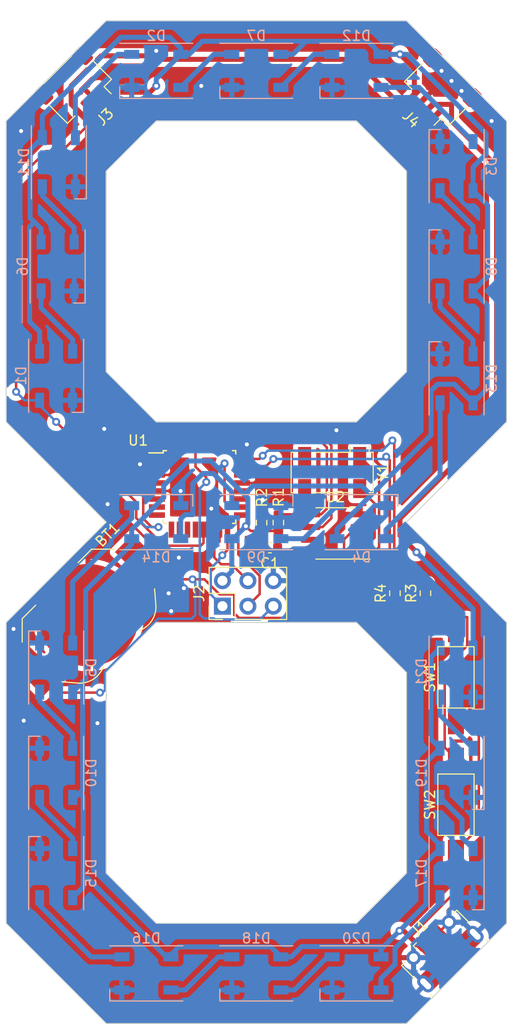
<source format=kicad_pcb>
(kicad_pcb (version 20221018) (generator pcbnew)
  (layers (0 "F.Cu" signal) (31 "B.Cu" signal) (34 "B.Paste" user) (35 "F.Paste" user) (36 "B.SilkS" user "B.Silkscreen") (37 "F.SilkS" user "F.Silkscreen") (38 "B.Mask" user) (39 "F.Mask" user) (44 "Edge.Cuts" user))
  (net 0 "")
  (net 1 "Net-(D1-DOUT)")
  (net 2 "Net-(D2-DOUT)")
  (net 3 "Net-(D11-DOUT)")
  (net 4 "Net-(D3-DOUT)")
  (net 5 "Net-(D12-DOUT)")
  (net 6 "Net-(D4-DOUT)")
  (net 7 "Net-(D13-DOUT)")
  (net 8 "Net-(D10-DIN)")
  (net 9 "Net-(D14-DOUT)")
  (net 10 "Net-(D11-DIN)")
  (net 11 "Net-(D12-DIN)")
  (net 12 "Net-(D13-DIN)")
  (net 13 "Net-(D14-DIN)")
  (net 14 "Net-(D10-DOUT)")
  (net 15 "Net-(D15-DOUT)")
  (net 16 "Net-(D16-DOUT)")
  (net 17 "Net-(D17-DOUT)")
  (net 18 "Net-(D17-DIN)")
  (net 19 "Net-(D18-DOUT)")
  (net 20 "Net-(D19-DOUT)")
  (net 22 "VCC")
  (net 23 "GND")
  (net 24 "MISO")
  (net 25 "SCK")
  (net 26 "MOSI")
  (net 27 "RST")
  (net 28 "SDA")
  (net 29 "SCL")
  (net 32 "BTN2")
  (net 33 "WS_IN")
  (net 34 "BTN1")
  (net 51 "Net-(U2-OSCI)")
  (net 52 "Net-(U2-OSCO)")
  (net 53 "SS")
  (net 57 "WS_OUT")
  (net 58 "Net-(BT1-+)")
  (footprint "Capacitor_SMD:C_0603_1608Metric" (layer "F.Cu") (at 136.35 112.55 180)
    (fp_text reference "C1")
    (fp_text value "C_Small" hide)
  )
  (footprint "Resistor_SMD:R_0603_1608Metric" (layer "F.Cu") (at 151.892 117.094 90)
    (fp_text reference "R3")
    (fp_text value "R_Small" hide)
  )
  (footprint "Package_SO:SOIC-8_3.9x4.9mm_P1.27mm" (layer "F.Cu") (at 142.9 111.125 180)
    (fp_text reference "U2")
    (fp_text value "PCF8523T" hide)
  )
  (footprint "Battery:BatteryHolder_LINX_BAT-HLD-012-SMT" (layer "F.Cu") (at 118.184411 119.273423 45)
    (fp_text reference "BT1")
    (fp_text value "Battery_Cell" hide)
  )
  (footprint "Resistor_SMD:R_0603_1608Metric" (layer "F.Cu") (at 137.2 110.05 90)
    (fp_text reference "R1")
    (fp_text value "R_Small" hide)
  )
  (footprint "Button_Switch_SMD:SW_SPST_FSMSM" (layer "F.Cu") (at 154.94 138.176 90)
    (fp_text reference "SW2")
    (fp_text value "SW_SPST" hide)
  )
  (footprint "Package_QFP:TQFP-32_7x7mm_P0.8mm" (layer "F.Cu") (at 129.319396 106.494269)
    (fp_text reference "U1")
    (fp_text value "ATmega328P-M" hide)
  )
  (footprint "Connector_JST:JST_SH_SM04B-SRSS-TB_1x04-1MP_P1.00mm_Horizontal" (layer "F.Cu") (at 153.257621 67.009584 135)
    (fp_text reference "J4")
    (fp_text value "Conn_01x04")
  )
  (footprint "Crystal:Crystal_SMD_Abracon_ABS25-4Pin_8.0x3.8mm" (layer "F.Cu") (at 142.575 105.05 -90)
    (fp_text reference "Y1")
    (fp_text value "ABS2532768KHZ6T" hide)
  )
  (footprint "Connector_USB:USB_Micro-B_Molex-105017-0001" (layer "F.Cu") (at 153.509168 152.695808 45)
    (fp_text reference "J1")
    (fp_text value "USB_OTG" hide)
  )
  (footprint "Resistor_SMD:R_0603_1608Metric" (layer "F.Cu") (at 135.525 110.05 90)
    (fp_text reference "R2")
    (fp_text value "R_Small" hide)
  )
  (footprint "Connector_PinHeader_2.54mm:PinHeader_2x03_P2.54mm_Vertical" (layer "F.Cu") (at 131.615278 118.377039 90)
    (fp_text reference "J2")
    (fp_text value "Conn_02x03_Odd_Even" hide)
  )
  (footprint "Connector_JST:JST_SH_SM04B-SRSS-TB_1x04-1MP_P1.00mm_Horizontal" (layer "F.Cu") (at 117.068828 66.772785 -135)
    (fp_text reference "J3")
    (fp_text value "Conn_01x04")
  )
  (footprint "Resistor_SMD:R_0603_1608Metric" (layer "F.Cu") (at 148.844 117.094 90)
    (fp_text reference "R4")
    (fp_text value "R_Small" hide)
  )
  (footprint "Button_Switch_SMD:SW_SPST_FSMSM" (layer "F.Cu") (at 154.94 125.476 90)
    (fp_text reference "SW1")
    (fp_text value "SW_SPST" hide)
  )
  (footprint "LED_SMD:LED_WS2812B_PLCC4_5.0x5.0mm_P3.2mm" (layer "B.Cu") (at 155 95.661726 90)
    (fp_text reference "D13")
    (fp_text value "WS2812B" hide)
  )
  (footprint "LED_SMD:LED_WS2812B_PLCC4_5.0x5.0mm_P3.2mm" (layer "B.Cu") (at 135 110)
    (fp_text reference "D9")
    (fp_text value "WS2812B" hide)
  )
  (footprint "LED_SMD:LED_WS2812B_PLCC4_5.0x5.0mm_P3.2mm" (layer "B.Cu") (at 115.15 84.5 -90)
    (fp_text reference "D6")
    (fp_text value "WS2812B" hide)
  )
  (footprint "LED_SMD:LED_WS2812B_PLCC4_5.0x5.0mm_P3.2mm" (layer "B.Cu") (at 125 110)
    (fp_text reference "D14")
    (fp_text value "WS2812B" hide)
  )
  (footprint "LED_SMD:LED_WS2812B_PLCC4_5.0x5.0mm_P3.2mm" (layer "B.Cu") (at 155 135 -90)
    (fp_text reference "D19")
    (fp_text value "WS2812B" hide)
  )
  (footprint "LED_SMD:LED_WS2812B_PLCC4_5.0x5.0mm_P3.2mm" (layer "B.Cu") (at 115.271166 74.113275 -90)
    (fp_text reference "D11")
    (fp_text value "WS2812B" hide)
  )
  (footprint "LED_SMD:LED_WS2812B_PLCC4_5.0x5.0mm_P3.2mm" (layer "B.Cu") (at 145 155 180)
    (fp_text reference "D20")
    (fp_text value "WS2812B" hide)
  )
  (footprint "LED_SMD:LED_WS2812B_PLCC4_5.0x5.0mm_P3.2mm" (layer "B.Cu") (at 135 155 180)
    (fp_text reference "D18")
    (fp_text value "WS2812B" hide)
  )
  (footprint "LED_SMD:LED_WS2812B_PLCC4_5.0x5.0mm_P3.2mm" (layer "B.Cu") (at 124.00881 155 180)
    (fp_text reference "D16")
    (fp_text value "WS2812B" hide)
  )
  (footprint "LED_SMD:LED_WS2812B_PLCC4_5.0x5.0mm_P3.2mm" (layer "B.Cu") (at 155 125 -90)
    (fp_text reference "D21")
    (fp_text value "WS2812B" hide)
  )
  (footprint "LED_SMD:LED_WS2812B_PLCC4_5.0x5.0mm_P3.2mm" (layer "B.Cu") (at 145.5 110)
    (fp_text reference "D4")
    (fp_text value "WS2812B" hide)
  )
  (footprint "LED_SMD:LED_WS2812B_PLCC4_5.0x5.0mm_P3.2mm" (layer "B.Cu") (at 115 124.5 90)
    (fp_text reference "D5")
    (fp_text value "WS2812B" hide)
  )
  (footprint "LED_SMD:LED_WS2812B_PLCC4_5.0x5.0mm_P3.2mm" (layer "B.Cu") (at 145 65 180)
    (fp_text reference "D12")
    (fp_text value "WS2812B" hide)
  )
  (footprint "LED_SMD:LED_WS2812B_PLCC4_5.0x5.0mm_P3.2mm" (layer "B.Cu") (at 135 65 180)
    (fp_text reference "D7")
    (fp_text value "WS2812B" hide)
  )
  (footprint "LED_SMD:LED_WS2812B_PLCC4_5.0x5.0mm_P3.2mm" (layer "B.Cu") (at 155 84.5 90)
    (fp_text reference "D8")
    (fp_text value "WS2812B" hide)
  )
  (footprint "LED_SMD:LED_WS2812B_PLCC4_5.0x5.0mm_P3.2mm" (layer "B.Cu") (at 155 145 -90)
    (fp_text reference "D17")
    (fp_text value "WS2812B" hide)
  )
  (footprint "LED_SMD:LED_WS2812B_PLCC4_5.0x5.0mm_P3.2mm" (layer "B.Cu") (at 155 74.5 90)
    (fp_text reference "D3")
    (fp_text value "WS2812B" hide)
  )
  (footprint "LED_SMD:LED_WS2812B_PLCC4_5.0x5.0mm_P3.2mm" (layer "B.Cu") (at 115 95.4 -90)
    (fp_text reference "D1")
    (fp_text value "WS2812B" hide)
  )
  (footprint "LED_SMD:LED_WS2812B_PLCC4_5.0x5.0mm_P3.2mm" (layer "B.Cu") (at 115 135 90)
    (fp_text reference "D10")
    (fp_text value "WS2812B" hide)
  )
  (footprint "LED_SMD:LED_WS2812B_PLCC4_5.0x5.0mm_P3.2mm" (layer "B.Cu") (at 125 65 180)
    (fp_text reference "D2")
    (fp_text value "WS2812B" hide)
  )
  (footprint "LED_SMD:LED_WS2812B_PLCC4_5.0x5.0mm_P3.2mm" (layer "B.Cu") (at 115 145 90)
    (fp_text reference "D15")
    (fp_text value "WS2812B" hide)
  )
  (gr_line (start 160 120) (end 160 150) (stroke (width 0.1)) (layer "Edge.Cuts"))
  (gr_line (start 120 125) (end 125 120) (stroke (width 0.1)) (layer "Edge.Cuts"))
  (gr_line (start 150 60) (end 120 60) (stroke (width 0.1)) (layer "Edge.Cuts"))
  (gr_line (start 120 145) (end 120 125) (stroke (width 0.1)) (layer "Edge.Cuts"))
  (gr_line (start 150 95) (end 150 75) (stroke (width 0.1)) (layer "Edge.Cuts"))
  (gr_line (start 150 145) (end 145 150) (stroke (width 0.1)) (layer "Edge.Cuts"))
  (gr_line (start 110 150) (end 120 160) (stroke (width 0.1)) (layer "Edge.Cuts"))
  (gr_line (start 120 95) (end 125 100) (stroke (width 0.1)) (layer "Edge.Cuts"))
  (gr_line (start 120 75) (end 120 95) (stroke (width 0.1)) (layer "Edge.Cuts"))
  (gr_line (start 120 160) (end 150 160) (stroke (width 0.1)) (layer "Edge.Cuts"))
  (gr_line (start 120 110) (end 110 120) (stroke (width 0.1)) (layer "Edge.Cuts"))
  (gr_line (start 160 120) (end 150 110) (stroke (width 0.1)) (layer "Edge.Cuts"))
  (gr_line (start 145 100) (end 150 95) (stroke (width 0.1)) (layer "Edge.Cuts"))
  (gr_line (start 110 70) (end 110 100) (stroke (width 0.1)) (layer "Edge.Cuts"))
  (gr_line (start 125 150) (end 120 145) (stroke (width 0.1)) (layer "Edge.Cuts"))
  (gr_line (start 150 160) (end 160 150) (stroke (width 0.1)) (layer "Edge.Cuts"))
  (gr_line (start 145 70) (end 125 70) (stroke (width 0.1)) (layer "Edge.Cuts"))
  (gr_line (start 150 125) (end 150 145) (stroke (width 0.1)) (layer "Edge.Cuts"))
  (gr_line (start 160 100) (end 150 110) (stroke (width 0.1)) (layer "Edge.Cuts"))
  (gr_line (start 150 75) (end 145 70) (stroke (width 0.1)) (layer "Edge.Cuts"))
  (gr_line (start 125 120) (end 145 120) (stroke (width 0.1)) (layer "Edge.Cuts"))
  (gr_line (start 125 70) (end 120 75) (stroke (width 0.1)) (layer "Edge.Cuts"))
  (gr_line (start 145 150) (end 125 150) (stroke (width 0.1)) (layer "Edge.Cuts"))
  (gr_line (start 125 100) (end 145 100) (stroke (width 0.1)) (layer "Edge.Cuts"))
  (gr_line (start 160 70) (end 150 60) (stroke (width 0.1)) (layer "Edge.Cuts"))
  (gr_line (start 110 100) (end 120 110) (stroke (width 0.1)) (layer "Edge.Cuts"))
  (gr_line (start 160 100) (end 160 70) (stroke (width 0.1)) (layer "Edge.Cuts"))
  (gr_line (start 145 120) (end 150 125) (stroke (width 0.1)) (layer "Edge.Cuts"))
  (gr_line (start 110 120) (end 110 150) (stroke (width 0.1)) (layer "Edge.Cuts"))
  (gr_line (start 120 60) (end 110 70) (stroke (width 0.1)) (layer "Edge.Cuts"))
  (segment (start 116.65 92.95) (end 116.65 91.8) (width 0.5) (layer "B.Cu") (net 1))
  (segment (start 113.5 88.65) (end 113.5 86.95) (width 0.5) (layer "B.Cu") (net 1))
  (segment (start 116.65 91.8) (end 113.5 88.65) (width 0.5) (layer "B.Cu") (net 1))
  (segment (start 132.55 63.35) (end 130.75 63.35) (width 0.5) (layer "B.Cu") (net 2))
  (segment (start 130.75 63.35) (end 127.45 66.65) (width 0.5) (layer "B.Cu") (net 2))
  (segment (start 122.55 63.35) (end 121.15 63.35) (width 0.5) (layer "B.Cu") (net 3))
  (segment (start 116.921166 67.578834) (end 116.921166 71.663275) (width 0.5) (layer "B.Cu") (net 3))
  (segment (start 121.15 63.35) (end 116.921166 67.578834) (width 0.5) (layer "B.Cu") (net 3))
  (segment (start 156.65 80.5) (end 153.35 77.2) (width 0.5) (layer "B.Cu") (net 4))
  (segment (start 153.35 77.2) (end 153.35 76.95) (width 0.5) (layer "B.Cu") (net 4))
  (segment (start 156.65 82.05) (end 156.65 80.5) (width 0.5) (layer "B.Cu") (net 4))
  (segment (start 151.25 66.65) (end 147.45 66.65) (width 0.5) (layer "B.Cu") (net 5))
  (segment (start 156.65 72.05) (end 151.25 66.65) (width 0.5) (layer "B.Cu") (net 5))
  (segment (start 139.75 111.65) (end 143.05 108.35) (width 0.5) (layer "B.Cu") (net 6))
  (segment (start 137.45 111.65) (end 139.75 111.65) (width 0.5) (layer "B.Cu") (net 6))
  (segment (start 153.35 105.35) (end 153.35 98.111726) (width 0.5) (layer "B.Cu") (net 7))
  (segment (start 147.95 111.65) (end 147.95 110.75) (width 0.5) (layer "B.Cu") (net 7))
  (segment (start 147.95 110.75) (end 153.35 105.35) (width 0.5) (layer "B.Cu") (net 7))
  (segment (start 116.65 132.55) (end 116.65 131.15) (width 0.5) (layer "B.Cu") (net 8))
  (segment (start 116.65 131.15) (end 113.35 127.85) (width 0.5) (layer "B.Cu") (net 8))
  (segment (start 113.35 127.85) (end 113.35 126.95) (width 0.5) (layer "B.Cu") (net 8))
  (segment (start 120.5 112.1) (end 120.5 111.65) (width 0.5) (layer "B.Cu") (net 9))
  (segment (start 116.65 115.95) (end 120.5 112.1) (width 0.5) (layer "B.Cu") (net 9))
  (segment (start 116.65 122.05) (end 116.65 115.95) (width 0.5) (layer "B.Cu") (net 9))
  (segment (start 122.55 109.6) (end 122.55 108.35) (width 0.5) (layer "B.Cu") (net 9))
  (segment (start 120.5 111.65) (end 122.55 109.6) (width 0.5) (layer "B.Cu") (net 9))
  (segment (start 116.8 80.65) (end 116.8 82.05) (width 0.5) (layer "B.Cu") (net 10))
  (segment (start 113.621166 77.471166) (end 116.8 80.65) (width 0.5) (layer "B.Cu") (net 10))
  (segment (start 113.621166 76.563275) (end 113.621166 77.471166) (width 0.5) (layer "B.Cu") (net 10))
  (segment (start 140.75 63.35) (end 137.45 66.65) (width 0.5) (layer "B.Cu") (net 11))
  (segment (start 142.55 63.35) (end 140.75 63.35) (width 0.5) (layer "B.Cu") (net 11))
  (segment (start 156.65 93.211726) (end 156.65 91.85) (width 0.5) (layer "B.Cu") (net 12))
  (segment (start 156.65 91.85) (end 153.35 88.55) (width 0.5) (layer "B.Cu") (net 12))
  (segment (start 153.35 88.55) (end 153.35 86.95) (width 0.5) (layer "B.Cu") (net 12))
  (segment (start 128.65 106.147918) (end 129.647918 105.15) (width 0.5) (layer "B.Cu") (net 13))
  (segment (start 132.55 106.98995) (end 132.55 108.35) (width 0.5) (layer "B.Cu") (net 13))
  (segment (start 127.45 111.65) (end 127.45 109.675) (width 0.5) (layer "B.Cu") (net 13))
  (segment (start 128.65 109.25) (end 128.65 106.147918) (width 0.5) (layer "B.Cu") (net 13))
  (segment (start 127.875 109.25) (end 128.65 109.25) (width 0.5) (layer "B.Cu") (net 13))
  (segment (start 130.71005 105.15) (end 132.55 106.98995) (width 0.5) (layer "B.Cu") (net 13))
  (segment (start 129.647918 105.15) (end 130.71005 105.15) (width 0.5) (layer "B.Cu") (net 13))
  (segment (start 127.45 109.675) (end 127.875 109.25) (width 0.5) (layer "B.Cu") (net 13))
  (segment (start 116.65 142.55) (end 116.65 141.5) (width 0.5) (layer "B.Cu") (net 14))
  (segment (start 113.35 138.2) (end 113.35 137.45) (width 0.5) (layer "B.Cu") (net 14))
  (segment (start 116.65 141.5) (end 113.35 138.2) (width 0.5) (layer "B.Cu") (net 14))
  (segment (start 113.35 148.2) (end 118.5 153.35) (width 0.5) (layer "B.Cu") (net 15))
  (segment (start 113.35 147.45) (end 113.35 148.2) (width 0.5) (layer "B.Cu") (net 15))
  (segment (start 118.5 153.35) (end 121.55881 153.35) (width 0.5) (layer "B.Cu") (net 15))
  (segment (start 131.2 153.35) (end 132.55 153.35) (width 0.5) (layer "B.Cu") (net 16))
  (segment (start 126.45881 156.65) (end 127.9 156.65) (width 0.5) (layer "B.Cu") (net 16))
  (segment (start 127.9 156.65) (end 131.2 153.35) (width 0.5) (layer "B.Cu") (net 16))
  (segment (start 155.55 141.45) (end 155.55 139.65) (width 0.5) (layer "B.Cu") (net 17))
  (segment (start 155.55 139.65) (end 153.35 137.45) (width 0.5) (layer "B.Cu") (net 17))
  (segment (start 156.65 142.55) (end 155.55 141.45) (width 0.5) (layer "B.Cu") (net 17))
  (segment (start 147.45 155.5) (end 148.85 154.1) (width 0.5) (layer "B.Cu") (net 18))
  (segment (start 148.85 154.1) (end 148.85 152.5) (width 0.5) (layer "B.Cu") (net 18))
  (segment (start 153.35 148) (end 153.35 147.45) (width 0.5) (layer "B.Cu") (net 18))
  (segment (start 148.85 152.5) (end 153.35 148) (width 0.5) (layer "B.Cu") (net 18))
  (segment (start 147.45 156.65) (end 147.45 155.5) (width 0.5) (layer "B.Cu") (net 18))
  (segment (start 137.45 156.65) (end 138.8 156.65) (width 0.5) (layer "B.Cu") (net 19))
  (segment (start 142.1 153.35) (end 142.55 153.35) (width 0.5) (layer "B.Cu") (net 19))
  (segment (start 138.8 156.65) (end 142.1 153.35) (width 0.5) (layer "B.Cu") (net 19))
  (segment (start 153.35 129.25) (end 156.65 132.55) (width 0.5) (layer "B.Cu") (net 20))
  (segment (start 153.35 127.45) (end 153.35 129.25) (width 0.5) (layer "B.Cu") (net 20))
  (segment (start 123.7 109.649873) (end 123.7 108.013665) (width 0.25) (layer "F.Cu") (net 22))
  (segment (start 124.373662 67.126338) (end 125 66.5) (width 0.5) (layer "F.Cu") (net 22))
  (segment (start 132.394269 108.494269) (end 133.569396 108.494269) (width 0.25) (layer "F.Cu") (net 22))
  (segment (start 154.94 142.766) (end 157.226 140.48) (width 0.25) (layer "F.Cu") (net 22))
  (segment (start 119.543702 67.126338) (end 124.373662 67.126338) (width 0.5) (layer "F.Cu") (net 22))
  (segment (start 154.94 142.766) (end 154.94 146.812) (width 0.25) (layer "F.Cu") (net 22))
  (segment (start 157.226 140.48) (end 157.226 131.318) (width 0.25) (layer "F.Cu") (net 22))
  (segment (start 131.826 107.926) (end 132.394269 108.494269) (width 0.25) (layer "F.Cu") (net 22))
  (segment (start 131.826 104.14) (end 131.826 107.926) (width 0.25) (layer "F.Cu") (net 22))
  (segment (start 125.222 110.49) (end 124.540127 110.49) (width 0.25) (layer "F.Cu") (net 22))
  (segment (start 154.94 146.812) (end 150.363441 151.388559) (width 0.25) (layer "F.Cu") (net 22))
  (segment (start 125.069396 106.094269) (end 124.019396 106.094269) (width 0.25) (layer "F.Cu") (net 22))
  (segment (start 155.974 130.066) (end 154.94 130.066) (width 0.25) (layer "F.Cu") (net 22))
  (segment (start 124.019396 106.094269) (end 123.7 106.413665) (width 0.25) (layer "F.Cu") (net 22))
  (segment (start 151.555786 152.580903) (end 150.363441 151.388559) (width 0.5) (layer "F.Cu") (net 22))
  (segment (start 140.425 113.03) (end 137.605 113.03) (width 0.25) (layer "F.Cu") (net 22))
  (segment (start 124.019396 107.694269) (end 123.7 108.013665) (width 0.25) (layer "F.Cu") (net 22))
  (segment (start 150.782747 67.363137) (end 150.782747 64.782747) (width 0.5) (layer "F.Cu") (net 22))
  (segment (start 137.2 110.875) (end 137.2 112.475) (width 0.25) (layer "F.Cu") (net 22))
  (segment (start 150.782747 64.782747) (end 149.35 63.35) (width 0.5) (layer "F.Cu") (net 22))
  (segment (start 157.226 131.318) (end 155.974 130.066) (width 0.25) (layer "F.Cu") (net 22))
  (segment (start 137.2 112.475) (end 137.125 112.55) (width 0.25) (layer "F.Cu") (net 22))
  (segment (start 134.425 110.875) (end 135.525 110.875) (width 0.25) (layer "F.Cu") (net 22))
  (segment (start 134.425 110.875) (end 133.95 110.4) (width 0.25) (layer "F.Cu") (net 22))
  (segment (start 149.724883 150.75) (end 149.3 150.75) (width 0.5) (layer "F.Cu") (net 22))
  (segment (start 124.540127 110.49) (end 123.7 109.649873) (width 0.25) (layer "F.Cu") (net 22))
  (segment (start 125.069396 107.694269) (end 124.019396 107.694269) (width 0.25) (layer "F.Cu") (net 22))
  (segment (start 135.525 110.875) (end 137.2 110.875) (width 0.25) (layer "F.Cu") (net 22))
  (segment (start 150.363441 151.388559) (end 149.724883 150.75) (width 0.5) (layer "F.Cu") (net 22))
  (segment (start 137.605 113.03) (end 137.125 112.55) (width 0.25) (layer "F.Cu") (net 22))
  (segment (start 123.7 106.413665) (end 123.7 108.013665) (width 0.25) (layer "F.Cu") (net 22))
  (via (at 149.3 150.75) (size 0.8) (drill 0.4) (layers "F.Cu" "B.Cu") (net 22))
  (via (at 131.826 104.14) (size 0.8) (drill 0.4) (layers "F.Cu" "B.Cu") (net 22))
  (via (at 125 66.5) (size 0.8) (drill 0.4) (layers "F.Cu" "B.Cu") (net 22))
  (via (at 149.35 63.35) (size 0.8) (drill 0.4) (layers "F.Cu" "B.Cu") (net 22))
  (via (at 125.222 110.49) (size 0.8) (drill 0.4) (layers "F.Cu" "B.Cu") (net 22))
  (via (at 133.95 110.4) (size 0.8) (drill 0.4) (layers "F.Cu" "B.Cu") (net 22))
  (segment (start 133.95 110.4) (end 132.7 111.65) (width 0.5) (layer "B.Cu") (net 22))
  (segment (start 157.95 73.3) (end 157.95 71.25) (width 0.5) (layer "B.Cu") (net 22))
  (segment (start 122.55 112.2) (end 122.55 111.65) (width 0.5) (layer "B.Cu") (net 22))
  (segment (start 117.95 125.65) (end 117.95 116.8) (width 0.5) (layer "B.Cu") (net 22))
  (segment (start 147.725 152.325) (end 149.3 150.75) (width 0.5) (layer "B.Cu") (net 22))
  (segment (start 112.35 90) (end 112.35 80.55) (width 0.5) (layer "B.Cu") (net 22))
  (segment (start 138.65 63.35) (end 139.95 62.05) (width 0.5) (layer "B.Cu") (net 22))
  (segment (start 137.45 63.35) (end 138.65 63.35) (width 0.5) (layer "B.Cu") (net 22))
  (segment (start 117.325 137.025) (end 117.65 136.7) (width 0.5) (layer "B.Cu") (net 22))
  (segment (start 117.7 146.4) (end 117.7 145.5) (width 0.5) (layer "B.Cu") (net 22))
  (segment (start 118.15 145.5) (end 117.7 145.5) (width 0.5) (layer "B.Cu") (net 22))
  (segment (start 117.65 136.7) (end 117.65 126.35) (width 0.5) (layer "B.Cu") (net 22))
  (segment (start 117.7 137.4) (end 117.325 137.025) (width 0.5) (layer "B.Cu") (net 22))
  (segment (start 137.45 153.35) (end 138.5 153.35) (width 0.5) (layer "B.Cu") (net 22))
  (segment (start 132.55 114.902317) (end 132.55 111.65) (width 0.5) (layer "B.Cu") (net 22))
  (segment (start 133.8 107.25) (end 134.15 107.6) (width 0.5) (layer "B.Cu") (net 22))
  (segment (start 127.45 63.35) (end 128.3 63.35) (width 0.5) (layer "B.Cu") (net 22))
  (segment (start 156.65 74.6) (end 157.95 73.3) (width 0.5) (layer "B.Cu") (net 22))
  (segment (start 116.9 137.45) (end 117.325 137.025) (width 0.5) (layer "B.Cu") (net 22))
  (segment (start 153.1 96.25) (end 154.788274 96.25) (width 0.5) (layer "B.Cu") (net 22))
  (segment (start 156.65 76.95) (end 158.1 78.4) (width 0.5) (layer "B.Cu") (net 22))
  (segment (start 128.2 103.9) (end 128.2 103.90068) (width 0.5) (layer "B.Cu") (net 22))
  (segment (start 126.35 61.65) (end 127.45 62.75) (width 0.5) (layer "B.Cu") (net 22))
  (segment (start 134.65 106.4) (end 145.55 106.4) (width 0.5) (layer "B.Cu") (net 22))
  (segment (start 158.05 96.711726) (end 158.05 88.35) (width 0.5) (layer "B.Cu") (net 22))
  (segment (start 156.65 76.95) (end 156.65 74.6) (width 0.5) (layer "B.Cu") (net 22))
  (segment (start 127.45 62.75) (end 127.45 63.35) (width 0.5) (layer "B.Cu") (net 22))
  (segment (start 154.788274 96.25) (end 156.65 98.111726) (width 0.5) (layer "B.Cu") (net 22))
  (segment (start 152.45 123.45) (end 153.35 122.55) (width 0.5) (layer "B.Cu") (net 22))
  (segment (start 153.35 142.2) (end 152 140.85) (width 0.5) (layer "B.Cu") (net 22))
  (segment (start 117.95 116.8) (end 122.55 112.2) (width 0.5) (layer "B.Cu") (net 22))
  (segment (start 126.45881 153.35) (end 126.45881 153.14119) (width 0.5) (layer "B.Cu") (net 22))
  (segment (start 117.65 126.35) (end 117.45 126.15) (width 0.5) (layer "B.Cu") (net 22))
  (segment (start 125.222 110.49) (end 123.99 110.49) (width 0.25) (layer "B.Cu") (net 22))
  (segment (start 128.2 103.90068) (end 125.745456 106.355224) (width 0.5) (layer "B.Cu") (net 22))
  (segment (start 151.95 148.1) (end 151.95 143.95) (width 0.5) (layer "B.Cu") (net 22))
  (segment (start 132.7 111.65) (end 132.55 111.65) (width 0.5) (layer "B.Cu") (net 22))
  (segment (start 126.45881 153.35) (end 126 153.35) (width 0.5) (layer "B.Cu") (net 22))
  (segment (start 116.65 147.45) (end 117.7 146.4) (width 0.5) (layer "B.Cu") (net 22))
  (segment (start 150.05 63.35) (end 149.35 63.35) (width 0.5) (layer "B.Cu") (net 22))
  (segment (start 125 66.5) (end 125 65.8) (width 0.5) (layer "B.Cu") (net 22))
  (segment (start 151.95 143.95) (end 153.35 142.55) (width 0.5) (layer "B.Cu") (net 22))
  (segment (start 117.7 145.5) (end 117.7 137.4) (width 0.5) (layer "B.Cu") (net 22))
  (segment (start 139.525 152.325) (end 147.725 152.325) (width 0.5) (layer "B.Cu") (net 22))
  (segment (start 157.95 71.25) (end 150.05 63.35) (width 0.5) (layer "B.Cu") (net 22))
  (segment (start 127.25 152.35) (end 136.45 152.35) (width 0.5) (layer "B.Cu") (net 22))
  (segment (start 113.621166 69.478834) (end 121.45 61.65) (width 0.5) (layer "B.Cu") (net 22))
  (segment (start 147.45 152.6) (end 147.725 152.325) (width 0.5) (layer "B.Cu") (net 22))
  (segment (start 131.615278 115.837039) (end 132.55 114.902317) (width 0.5) (layer "B.Cu") (net 22))
  (segment (start 133.8 107.25) (end 131.258 104.708) (width 0.5) (layer "B.Cu") (net 22))
  (segment (start 153.35 142.55) (end 153.35 142.2) (width 0.5) (layer "B.Cu") (net 22))
  (segment (start 147.45 153.35) (end 147.45 152.6) (width 0.5) (layer "B.Cu") (net 22))
  (segment (start 152.45 96.9) (end 153.1 96.25) (width 0.5) (layer "B.Cu") (net 22))
  (segment (start 116.65 137.45) (end 116.9 137.45) (width 0.5) (layer "B.Cu") (net 22))
  (segment (start 158.1 78.4) (end 158.1 85.5) (width 0.5) (layer "B.Cu") (net 22))
  (segment (start 143.05 110.7) (end 146.45 107.3) (width 0.5) (layer "B.Cu") (net 22))
  (segment (start 139.95 62.05) (end 146.15 62.05) (width 0.5) (layer "B.Cu") (net 22))
  (segment (start 152 133.9) (end 153.35 132.55) (width 0.5) (layer "B.Cu") (net 22))
  (segment (start 123.4 109.9) (end 122.55 110.75) (width 0.5) (layer "B.Cu") (net 22))
  (segment (start 134.15 107.6) (end 134.15 110.2) (width 0.5) (layer "B.Cu") (net 22))
  (segment (start 136.45 152.35) (end 137.45 153.35) (width 0.5) (layer "B.Cu") (net 22))
  (segment (start 146.15 62.05) (end 147.45 63.35) (width 0.5) (layer "B.Cu") (net 22))
  (segment (start 153.35 132.55) (end 152.45 131.65) (width 0.5) (layer "B.Cu") (net 22))
  (segment (start 145.55 106.4) (end 146.45 107.3) (width 0.5) (layer "B.Cu") (net 22))
  (segment (start 122.55 110.75) (end 122.55 111.65) (width 0.5) (layer "B.Cu") (net 22))
  (segment (start 112.4 79.65) (end 112.4 72.884441) (width 0.5) (layer "B.Cu") (net 22))
  (segment (start 112.35 80.55) (end 112.825 80.075) (width 0.5) (layer "B.Cu") (net 22))
  (segment (start 149.35 63.35) (end 147.45 63.35) (width 0.5) (layer "B.Cu") (net 22))
  (segment (start 152.45 131.65) (end 152.45 123.45) (width 0.5) (layer "B.Cu") (net 22))
  (segment (start 121.45 61.65) (end 126.35 61.65) (width 0.5) (layer "B.Cu") (net 22))
  (segment (start 125.745456 106.355224) (end 125.745456 107.554544) (width 0.5) (layer "B.Cu") (net 22))
  (segment (start 149.3 150.75) (end 151.95 148.1) (width 0.5) (layer "B.Cu") (net 22))
  (segment (start 125.745456 107.554544) (end 123.4 109.9) (width 0.5) (layer "B.Cu") (net 22))
  (segment (start 123.99 110.49) (end 123.4 109.9) (width 0.25) (layer "B.Cu") (net 22))
  (segment (start 112.825 80.075) (end 112.4 79.65) (width 0.5) (layer "B.Cu") (net 22))
  (segment (start 116.65 126.95) (end 117.45 126.15) (width 0.5) (layer "B.Cu") (net 22))
  (segment (start 131.258 104.708) (end 130.45 103.9) (width 0.5) (layer "B.Cu") (net 22))
  (segment (start 113.5 80.75) (end 112.825 80.075) (width 0.5) (layer "B.Cu") (net 22))
  (segment (start 133.8 107.25) (end 134.65 106.4) (width 0.5) (layer "B.Cu") (net 22))
  (segment (start 143.05 111.65) (end 143.05 110.7) (width 0.5) (layer "B.Cu") (net 22))
  (segment (start 113.35 92.95) (end 113.35 91) (width 0.5) (layer "B.Cu") (net 22))
  (segment (start 156.65 98.111726) (end 158.05 96.711726) (width 0.5) (layer "B.Cu") (net 22))
  (segment (start 113.5 82.05) (end 113.5 80.75) (width 0.5) (layer "B.Cu") (net 22))
  (segment (start 113.35 91) (end 112.35 90) (width 0.5) (layer "B.Cu") (net 22))
  (segment (start 134.15 110.2) (end 133.95 110.4) (width 0.5) (layer "B.Cu") (net 22))
  (segment (start 128.3 63.35) (end 129.6 62.05) (width 0.5) (layer "B.Cu") (net 22))
  (segment (start 138.5 153.35) (end 139.525 152.325) (width 0.5) (layer "B.Cu") (net 22))
  (segment (start 117.45 126.15) (end 117.95 125.65) (width 0.5) (layer "B.Cu") (net 22))
  (segment (start 126.45881 153.14119) (end 127.25 152.35) (width 0.5) (layer "B.Cu") (net 22))
  (segment (start 131.258 104.708) (end 131.826 104.14) (width 0.5) (layer "B.Cu") (net 22))
  (segment (start 125 65.8) (end 127.45 63.35) (width 0.5) (layer "B.Cu") (net 22))
  (segment (start 126 153.35) (end 118.15 145.5) (width 0.5) (layer "B.Cu") (net 22))
  (segment (start 112.4 72.884441) (end 113.621166 71.663275) (width 0.5) (layer "B.Cu") (net 22))
  (segment (start 152.45 101.3) (end 152.45 96.9) (width 0.5) (layer "B.Cu") (net 22))
  (segment (start 129.6 62.05) (end 139.95 62.05) (width 0.5) (layer "B.Cu") (net 22))
  (segment (start 130.45 103.9) (end 128.2 103.9) (width 0.5) (layer "B.Cu") (net 22))
  (segment (start 158.05 88.35) (end 156.65 86.95) (width 0.5) (layer "B.Cu") (net 22))
  (segment (start 146.45 107.3) (end 152.45 101.3) (width 0.5) (layer "B.Cu") (net 22))
  (segment (start 158.1 85.5) (end 156.65 86.95) (width 0.5) (layer "B.Cu") (net 22))
  (segment (start 152 140.85) (end 152 133.9) (width 0.5) (layer "B.Cu") (net 22))
  (segment (start 113.621166 71.663275) (end 113.621166 69.478834) (width 0.5) (layer "B.Cu") (net 22))
  (segment (start 125.069396 105.294269) (end 123.155731 105.294269) (width 0.25) (layer "F.Cu") (net 23))
  (segment (start 125.069396 106.894269) (end 127.430731 106.894269) (width 0.25) (layer "F.Cu") (net 23))
  (segment (start 133.569396 106.094269) (end 135.005731 106.094269) (width 0.25) (layer "F.Cu") (net 23))
  (segment (start 135.005731 106.094269) (end 135.05 106.05) (width 0.25) (layer "F.Cu") (net 23))
  (segment (start 123.155731 105.294269) (end 123.1 105.35) (width 0.25) (layer "F.Cu") (net 23))
  (segment (start 125.069396 105.294269) (end 128.719269 105.294269) (width 0.25) (layer "F.Cu") (net 23))
  (segment (start 153.394263 150.742426) (end 154.242791 149.893897) (width 0.25) (layer "F.Cu") (net 23))
  (segment (start 128.719269 105.294269) (end 128.875 105.45) (width 0.25) (layer "F.Cu") (net 23))
  (via (at 111.76 129.794) (size 0.8) (drill 0.4) (layers "F.Cu" "B.Cu") (net 23))
  (via (at 111.5 71) (size 0.8) (drill 0.4) (layers "F.Cu" "B.Cu") (net 23))
  (via (at 126.492 118.872) (size 0.8) (drill 0.4) (layers "F.Cu" "B.Cu") (net 23))
  (via (at 135.619854 107.767766) (size 0.8) (drill 0.4) (layers "F.Cu" "B.Cu") (net 23))
  (via (at 134.05 102.25) (size 0.8) (drill 0.4) (layers "F.Cu" "B.Cu") (net 23))
  (via (at 127.762 116.586) (size 0.8) (drill 0.4) (layers "F.Cu" "B.Cu") (net 23))
  (via (at 130.5 108.65) (size 0.8) (drill 0.4) (layers "F.Cu" "B.Cu") (net 23))
  (via (at 155.5 67) (size 0.8) (drill 0.4) (layers "F.Cu" "B.Cu") (net 23))
  (via (at 154.5 66) (size 0.8) (drill 0.4) (layers "F.Cu" "B.Cu") (net 23))
  (via (at 127.254 113.538) (size 0.8) (drill 0.4) (layers "F.Cu" "B.Cu") (net 23))
  (via (at 119.8 100.7) (size 0.8) (drill 0.4) (layers "F.Cu" "B.Cu") (net 23))
  (via (at 110.744 120.65) (size 0.8) (drill 0.4) (layers "F.Cu" "B.Cu") (net 23))
  (via (at 153.5 65) (size 0.8) (drill 0.4) (layers "F.Cu" "B.Cu") (net 23))
  (via (at 126.238 117.094) (size 0.8) (drill 0.4) (layers "F.Cu" "B.Cu") (net 23))
  (via (at 127.430731 106.894269) (size 0.8) (drill 0.4) (layers "F.Cu" "B.Cu") (net 23))
  (via (at 120.142 108.204) (size 0.8) (drill 0.4) (layers "F.Cu" "B.Cu") (net 23))
  (via (at 119.126 130.048) (size 0.8) (drill 0.4) (layers "F.Cu" "B.Cu") (net 23))
  (via (at 123.375 104.225) (size 0.8) (drill 0.4) (layers "F.Cu" "B.Cu") (net 23))
  (via (at 158.5 70) (size 0.8) (drill 0.4) (layers "F.Cu" "B.Cu") (net 23))
  (via (at 143.002 100.838) (size 0.8) (drill 0.4) (layers "F.Cu" "B.Cu") (net 23))
  (via (at 125 63) (size 0.8) (drill 0.4) (layers "F.Cu" "B.Cu") (net 23))
  (via (at 129.5 66.5) (size 0.8) (drill 0.4) (layers "F.Cu" "B.Cu") (net 23))
  (segment (start 132.119396 112.780604) (end 132.119396 110.744269) (width 0.25) (layer "F.Cu") (net 24))
  (segment (start 131.6 113.3) (end 132.119396 112.780604) (width 0.25) (layer "F.Cu") (net 24))
  (via (at 131.6 113.3) (size 0.8) (drill 0.4) (layers "F.Cu" "B.Cu") (net 24))
  (segment (start 131.3 113.75) (end 131.3 113.6) (width 0.25) (layer "B.Cu") (net 24))
  (segment (start 130.440278 114.609722) (end 131.3 113.75) (width 0.25) (layer "B.Cu") (net 24))
  (segment (start 130.440278 117.202039) (end 130.440278 114.609722) (width 0.25) (layer "B.Cu") (net 24))
  (segment (start 131.3 113.6) (end 131.6 113.3) (width 0.25) (layer "B.Cu") (net 24))
  (segment (start 131.615278 118.377039) (end 130.440278 117.202039) (width 0.25) (layer "B.Cu") (net 24))
  (segment (start 133.2 109.663665) (end 133.569396 109.294269) (width 0.25) (layer "F.Cu") (net 25))
  (segment (start 135.330278 115.350338) (end 133.2 113.22006) (width 0.25) (layer "F.Cu") (net 25))
  (segment (start 134.155278 118.377039) (end 134.155278 118.344722) (width 0.25) (layer "F.Cu") (net 25))
  (segment (start 134.155278 118.344722) (end 135.330278 117.169722) (width 0.25) (layer "F.Cu") (net 25))
  (segment (start 133.2 113.22006) (end 133.2 109.663665) (width 0.25) (layer "F.Cu") (net 25))
  (segment (start 135.330278 117.169722) (end 135.330278 115.350338) (width 0.25) (layer "F.Cu") (net 25))
  (segment (start 134.155278 115.837039) (end 132.517759 114.19952) (width 0.25) (layer "F.Cu") (net 26))
  (segment (start 132.517759 114.19952) (end 131.474906 114.19952) (width 0.25) (layer "F.Cu") (net 26))
  (segment (start 130.8 112.45) (end 131.319396 111.930604) (width 0.25) (layer "F.Cu") (net 26))
  (segment (start 131.474906 114.19952) (end 130.8 113.524614) (width 0.25) (layer "F.Cu") (net 26))
  (segment (start 130.8 113.524614) (end 130.8 112.45) (width 0.25) (layer "F.Cu") (net 26))
  (segment (start 131.319396 111.930604) (end 131.319396 110.744269) (width 0.25) (layer "F.Cu") (net 26))
  (segment (start 130 106) (end 130 105.550386) (width 0.25) (layer "F.Cu") (net 27))
  (segment (start 130 105.550386) (end 128.919396 104.469782) (width 0.25) (layer "F.Cu") (net 27))
  (segment (start 128.919396 104.469782) (end 128.919396 102.244269) (width 0.25) (layer "F.Cu") (net 27))
  (via (at 130 106) (size 0.8) (drill 0.4) (layers "F.Cu" "B.Cu") (net 27))
  (segment (start 135.372317 119.7) (end 136.695278 118.377039) (width 0.25) (layer "B.Cu") (net 27))
  (segment (start 129.35 119.19) (end 129.76 119.6) (width 0.25) (layer "B.Cu") (net 27))
  (segment (start 130.75 119.6) (end 130.85 119.7) (width 0.25) (layer "B.Cu") (net 27))
  (segment (start 130 106) (end 129.35 106.65) (width 0.25) (layer "B.Cu") (net 27))
  (segment (start 130.85 119.7) (end 135.372317 119.7) (width 0.25) (layer "B.Cu") (net 27))
  (segment (start 129.35 106.65) (end 129.35 119.19) (width 0.25) (layer "B.Cu") (net 27))
  (segment (start 129.76 119.6) (end 130.75 119.6) (width 0.25) (layer "B.Cu") (net 27))
  (segment (start 130.519396 102.244269) (end 130.519396 101.194269) (width 0.25) (layer "F.Cu") (net 28))
  (segment (start 140.595124 101.09952) (end 133.99952 101.09952) (width 0.25) (layer "F.Cu") (net 28))
  (segment (start 137.205 109.22) (end 137.2 109.225) (width 0.25) (layer "F.Cu") (net 28))
  (segment (start 140.425 109.22) (end 141.478 109.22) (width 0.25) (layer "F.Cu") (net 28))
  (segment (start 133.99952 101.09952) (end 134 101.1) (width 0.25) (layer "F.Cu") (net 28))
  (segment (start 142.044 108.654) (end 142.044 102.548396) (width 0.25) (layer "F.Cu") (net 28))
  (segment (start 130.614145 101.09952) (end 131.05 101.09952) (width 0.25) (layer "F.Cu") (net 28))
  (segment (start 141.478 109.22) (end 142.044 108.654) (width 0.25) (layer "F.Cu") (net 28))
  (segment (start 142.044 102.548396) (end 140.595124 101.09952) (width 0.25) (layer "F.Cu") (net 28))
  (segment (start 131.05 101.09952) (end 133.99952 101.09952) (width 0.25) (layer "F.Cu") (net 28))
  (segment (start 140.425 109.22) (end 137.205 109.22) (width 0.25) (layer "F.Cu") (net 28))
  (segment (start 137.2 109.18) (end 137.2 109.225) (width 0.25) (layer "F.Cu") (net 28))
  (segment (start 130.519396 101.194269) (end 130.614145 101.09952) (width 0.25) (layer "F.Cu") (net 28))
  (segment (start 136.45 110.15) (end 135.525 109.225) (width 0.25) (layer "F.Cu") (net 29))
  (segment (start 140.425 110.49) (end 140.085 110.15) (width 0.25) (layer "F.Cu") (net 29))
  (segment (start 129.719396 102.244269) (end 129.719396 101.194269) (width 0.25) (layer "F.Cu") (net 29))
  (segment (start 141.61 110.49) (end 140.425 110.49) (width 0.25) (layer "F.Cu") (net 29))
  (segment (start 130.263665 100.65) (end 140.782 100.65) (width 0.25) (layer "F.Cu") (net 29))
  (segment (start 129.719396 101.194269) (end 130.263665 100.65) (width 0.25) (layer "F.Cu") (net 29))
  (segment (start 142.494 102.362) (end 142.494 109.606) (width 0.25) (layer "F.Cu") (net 29))
  (segment (start 140.782 100.65) (end 142.494 102.362) (width 0.25) (layer "F.Cu") (net 29))
  (segment (start 140.085 110.15) (end 136.45 110.15) (width 0.25) (layer "F.Cu") (net 29))
  (segment (start 142.494 109.606) (end 141.61 110.49) (width 0.25) (layer "F.Cu") (net 29))
  (segment (start 150.31 114.496) (end 150.31 116.337) (width 0.25) (layer "F.Cu") (net 32))
  (segment (start 148.777 112.963) (end 150.31 114.496) (width 0.25) (layer "F.Cu") (net 32))
  (segment (start 135.636 103.378) (end 135.319731 103.694269) (width 0.25) (layer "F.Cu") (net 32))
  (segment (start 148.59 101.854) (end 148.777 102.041) (width 0.25) (layer "F.Cu") (net 32))
  (segment (start 152.745 119.471) (end 151.892 118.618) (width 0.25) (layer "F.Cu") (net 32))
  (segment (start 156.065 122.319) (end 156.065 119.471) (width 0.25) (layer "F.Cu") (net 32))
  (segment (start 135.319731 103.694269) (end 133.569396 103.694269) (width 0.25) (layer "F.Cu") (net 32))
  (segment (start 154.94 133.586) (end 153.815 132.461) (width 0.25) (layer "F.Cu") (net 32))
  (segment (start 153.815 132.461) (end 153.815 124.569) (width 0.25) (layer "F.Cu") (net 32))
  (segment (start 148.777 102.041) (end 148.777 112.963) (width 0.25) (layer "F.Cu") (net 32))
  (segment (start 151.892 118.618) (end 151.892 117.919) (width 0.25) (layer "F.Cu") (net 32))
  (segment (start 153.815 124.569) (end 156.065 122.319) (width 0.25) (layer "F.Cu") (net 32))
  (segment (start 150.31 116.337) (end 151.892 117.919) (width 0.25) (layer "F.Cu") (net 32))
  (segment (start 156.065 119.471) (end 152.745 119.471) (width 0.25) (layer "F.Cu") (net 32))
  (via (at 135.636 103.378) (size 0.8) (drill 0.4) (layers "F.Cu" "B.Cu") (net 32))
  (via (at 148.59 101.854) (size 0.8) (drill 0.4) (layers "F.Cu" "B.Cu") (net 32))
  (segment (start 147.574 102.87) (end 148.59 101.854) (width 0.25) (layer "B.Cu") (net 32))
  (segment (start 136.144 102.87) (end 147.574 102.87) (width 0.25) (layer "B.Cu") (net 32))
  (segment (start 135.636 103.378) (end 136.144 102.87) (width 0.25) (layer "B.Cu") (net 32))
  (segment (start 123 108) (end 123 109.586269) (width 0.25) (layer "F.Cu") (net 33))
  (segment (start 125 69) (end 146.01073 69) (width 0.5) (layer "F.Cu") (net 33))
  (segment (start 118.129488 68.540552) (end 119.088936 69.5) (width 0.5) (layer "F.Cu") (net 33))
  (segment (start 146.01073 69) (end 147.010729 69.999999) (width 0.5) (layer "F.Cu") (net 33))
  (segment (start 147.010729 69.999999) (end 150 70) (width 0.5) (layer "F.Cu") (net 33))
  (segment (start 119.088936 69.5) (end 120.088936 70.5) (width 0.5) (layer "F.Cu") (net 33))
  (segment (start 123 109.586269) (end 125.763731 112.35) (width 0.25) (layer "F.Cu") (net 33))
  (segment (start 120.088936 70.5) (end 123.5 70.5) (width 0.5) (layer "F.Cu") (net 33))
  (segment (start 129.719396 112.080604) (end 129.719396 110.744269) (width 0.25) (layer "F.Cu") (net 33))
  (segment (start 115.588936 73) (end 119.088936 69.5) (width 0.25) (layer "F.Cu") (net 33))
  (segment (start 123.5 70.5) (end 125 69) (width 0.5) (layer "F.Cu") (net 33))
  (segment (start 111 97) (end 111 76) (width 0.25) (layer "F.Cu") (net 33))
  (segment (start 111 76) (end 114 73) (width 0.25) (layer "F.Cu") (net 33))
  (segment (start 150 70) (end 150.19952 70.19952) (width 0.5) (layer "F.Cu") (net 33))
  (segment (start 150.19952 70.19952) (end 152.189006 70.19952) (width 0.5) (layer "F.Cu") (net 33))
  (segment (start 125.763731 112.35) (end 129.45 112.35) (width 0.25) (layer "F.Cu") (net 33))
  (segment (start 152.189006 70.19952) (end 152.904068 69.484458) (width 0.5) (layer "F.Cu") (net 33))
  (segment (start 115 100) (end 123 108) (width 0.25) (layer "F.Cu") (net 33))
  (segment (start 129.45 112.35) (end 129.719396 112.080604) (width 0.25) (layer "F.Cu") (net 33))
  (segment (start 114 73) (end 115.588936 73) (width 0.25) (layer "F.Cu") (net 33))
  (via (at 115 100) (size 0.8) (drill 0.4) (layers "F.Cu" "B.Cu") (net 33))
  (via (at 111 97) (size 0.8) (drill 0.4) (layers "F.Cu" "B.Cu") (net 33))
  (segment (start 111.85 97.85) (end 111 97) (width 0.25) (layer "B.Cu") (net 33))
  (segment (start 113.35 97.85) (end 111.85 97.85) (width 0.25) (layer "B.Cu") (net 33))
  (segment (start 113.35 98.35) (end 113.35 97.85) (width 0.25) (layer "B.Cu") (net 33))
  (segment (start 115 100) (end 113.35 98.35) (width 0.25) (layer "B.Cu") (net 33))
  (segment (start 149.86 116.903) (end 149.86 114.682396) (width 0.25) (layer "F.Cu") (net 34))
  (segment (start 148.327 103.824012) (end 147.975838 103.47285) (width 0.25) (layer "F.Cu") (net 34))
  (segment (start 148.844 117.919) (end 149.86 116.903) (width 0.25) (layer "F.Cu") (net 34))
  (segment (start 149.86 114.682396) (end 148.327 113.149396) (width 0.25) (layer "F.Cu") (net 34))
  (segment (start 135.905791 104.494269) (end 136.698424 103.701636) (width 0.25) (layer "F.Cu") (net 34))
  (segment (start 133.569396 104.494269) (end 135.905791 104.494269) (width 0.25) (layer "F.Cu") (net 34))
  (segment (start 154.94 120.886) (end 151.811 120.886) (width 0.25) (layer "F.Cu") (net 34))
  (segment (start 148.327 113.149396) (end 148.327 103.824012) (width 0.25) (layer "F.Cu") (net 34))
  (segment (start 151.811 120.886) (end 148.844 117.919) (width 0.25) (layer "F.Cu") (net 34))
  (via (at 136.698424 103.701636) (size 0.8) (drill 0.4) (layers "F.Cu" "B.Cu") (net 34))
  (via (at 147.975838 103.47285) (size 0.8) (drill 0.4) (layers "F.Cu" "B.Cu") (net 34))
  (segment (start 147.747052 103.701636) (end 147.975838 103.47285) (width 0.25) (layer "B.Cu") (net 34))
  (segment (start 136.698424 103.701636) (end 147.747052 103.701636) (width 0.25) (layer "B.Cu") (net 34))
  (segment (start 147.262 112.488) (end 147.262 105.387) (width 0.25) (layer "F.Cu") (net 51))
  (segment (start 145.375 113.03) (end 146.72 113.03) (width 0.25) (layer "F.Cu") (net 51))
  (segment (start 147.262 105.387) (end 145.325 103.45) (width 0.25) (layer "F.Cu") (net 51))
  (segment (start 146.72 113.03) (end 147.262 112.488) (width 0.25) (layer "F.Cu") (net 51))
  (segment (start 145.375 111.76) (end 146.59 111.76) (width 0.25) (layer "F.Cu") (net 52))
  (segment (start 146.59 111.76) (end 146.812 111.538) (width 0.25) (layer "F.Cu") (net 52))
  (segment (start 146.812 108.137) (end 145.325 106.65) (width 0.25) (layer "F.Cu") (net 52))
  (segment (start 146.812 111.538) (end 146.812 108.137) (width 0.25) (layer "F.Cu") (net 52))
  (segment (start 144.838781 63.849511) (end 150.48927 69.5) (width 0.5) (layer "F.Cu") (net 57))
  (segment (start 149.352 111.352) (end 149.352 109.648) (width 0.5) (layer "F.Cu") (net 57))
  (segment (start 119.129528 63.870472) (end 119.5 63.5) (width 0.5) (layer "F.Cu") (net 57))
  (segment (start 118.126313 64.873687) (end 118.224785 64.873687) (width 0.5) (layer "F.Cu") (net 57))
  (segment (start 154.5 70) (end 154.5 68.5) (width 0.5) (layer "F.Cu") (net 57))
  (segment (start 154.33693 68.33693) (end 152.637382 68.33693) (width 0.5) (layer "F.Cu") (net 57))
  (segment (start 124.298609 63.5) (end 124.64812 63.849511) (width 0.5) (layer "F.Cu") (net 57))
  (segment (start 159 100) (end 159 74.5) (width 0.5) (layer "F.Cu") (net 57))
  (segment (start 150.48927 69.5) (end 151.474312 69.5) (width 0.5) (layer "F.Cu") (net 57))
  (segment (start 119.129528 63.968944) (end 119.129528 63.870472) (width 0.5) (layer "F.Cu") (net 57))
  (segment (start 152.637382 68.33693) (end 152.196961 68.777351) (width 0.5) (layer "F.Cu") (net 57))
  (segment (start 151.474312 69.5) (end 152.196961 68.777351) (width 0.5) (layer "F.Cu") (net 57))
  (segment (start 154.5 68.5) (end 154.33693 68.33693) (width 0.5) (layer "F.Cu") (net 57))
  (segment (start 118.224785 64.873687) (end 119.129528 63.968944) (width 0.5) (layer "F.Cu") (net 57))
  (segment (start 119.5 63.5) (end 124.298609 63.5) (width 0.5) (layer "F.Cu") (net 57))
  (segment (start 151 113) (end 149.352 111.352) (width 0.5) (layer "F.Cu") (net 57))
  (segment (start 116.5 66.5) (end 118.126313 64.873687) (width 0.5) (layer "F.Cu") (net 57))
  (segment (start 159 74.5) (end 154.5 70) (width 0.5) (layer "F.Cu") (net 57))
  (segment (start 149.352 109.648) (end 159 100) (width 0.5) (layer "F.Cu") (net 57))
  (segment (start 116.5 68.325278) (end 116.5 66.5) (width 0.5) (layer "F.Cu") (net 57))
  (segment (start 117.422381 69.247659) (end 116.5 68.325278) (width 0.5) (layer "F.Cu") (net 57))
  (segment (start 124.64812 63.849511) (end 144.838781 63.849511) (width 0.5) (layer "F.Cu") (net 57))
  (via (at 151 113) (size 0.8) (drill 0.4) (layers "F.Cu" "B.Cu") (net 57))
  (segment (start 156.65 122.55) (end 156.65 118.65) (width 0.5) (layer "B.Cu") (net 57))
  (segment (start 156.65 118.65) (end 151 113) (width 0.5) (layer "B.Cu") (net 57))
  (segment (start 128.6255 115.702534) (end 129.819072 115.702534) (width 0.25) (layer "F.Cu") (net 58))
  (segment (start 115.162964 127) (end 119.634 127) (width 0.25) (layer "F.Cu") (net 58))
  (segment (start 143.764 114.046) (end 143.764 111.724249) (width 0.25) (layer "F.Cu") (net 58))
  (segment (start 132.790278 117.202039) (end 132.790278 119.264278) (width 0.25) (layer "F.Cu") (net 58))
  (segment (start 112.810399 124.647435) (end 115.162964 127) (width 0.25) (layer "F.Cu") (net 58))
  (segment (start 144.998249 110.49) (end 145.375 110.49) (width 0.25) (layer "F.Cu") (net 58))
  (segment (start 132.980278 119.264278) (end 133.268039 119.552039) (width 0.25) (layer "F.Cu") (net 58))
  (segment (start 128.6255 115.702534) (end 125.361546 115.702534) (width 0.25) (layer "F.Cu") (net 58))
  (segment (start 125.361546 115.702534) (end 123.558423 113.899411) (width 0.25) (layer "F.Cu") (net 58))
  (segment (start 138.257961 119.552039) (end 143.764 114.046) (width 0.25) (layer "F.Cu") (net 58))
  (segment (start 143.764 111.724249) (end 144.998249 110.49) (width 0.25) (layer "F.Cu") (net 58))
  (segment (start 132.790278 119.264278) (end 132.980278 119.264278) (width 0.25) (layer "F.Cu") (net 58))
  (segment (start 133.268039 119.552039) (end 138.257961 119.552039) (width 0.25) (layer "F.Cu") (net 58))
  (segment (start 131.318577 117.202039) (end 132.790278 117.202039) (width 0.25) (layer "F.Cu") (net 58))
  (segment (start 129.819072 115.702534) (end 131.318577 117.202039) (width 0.25) (layer "F.Cu") (net 58))
  (via (at 119.38 127) (size 0.8) (drill 0.4) (layers "F.Cu" "B.Cu") (net 58))
  (via (at 128.6255 115.702534) (size 0.8) (drill 0.4) (layers "F.Cu" "B.Cu") (net 58))
  (segment (start 128.9 115.977034) (end 128.9 119.258) (width 0.25) (layer "B.Cu") (net 58))
  (segment (start 128.524 119.634) (end 125.189224 119.634) (width 0.25) (layer "B.Cu") (net 58))
  (segment (start 128.9 119.258) (end 128.524 119.634) (width 0.25) (layer "B.Cu") (net 58))
  (segment (start 119.875 124.948223) (end 119.875 126.759) (width 0.25) (layer "B.Cu") (net 58))
  (segment (start 119.875 126.759) (end 119.634 127) (width 0.25) (layer "B.Cu") (net 58))
  (segment (start 125.189224 119.634) (end 119.875 124.948223) (width 0.25) (layer "B.Cu") (net 58))
  (segment (start 128.6255 115.702534) (end 128.9 115.977034) (width 0.25) (layer "B.Cu") (net 58))
  (zone (net 23) (net_name "GND") (layers "F&B.Cu") (connect_pads (clearance 0.508)) (min_thickness 0.254) (fill yes (thermal_gap 0.508) (thermal_bridge_width 0.508))
    (polygon (pts (xy 160 160) (xy 110 160) (xy 110 60) (xy 160 60)))
  )
)
</source>
